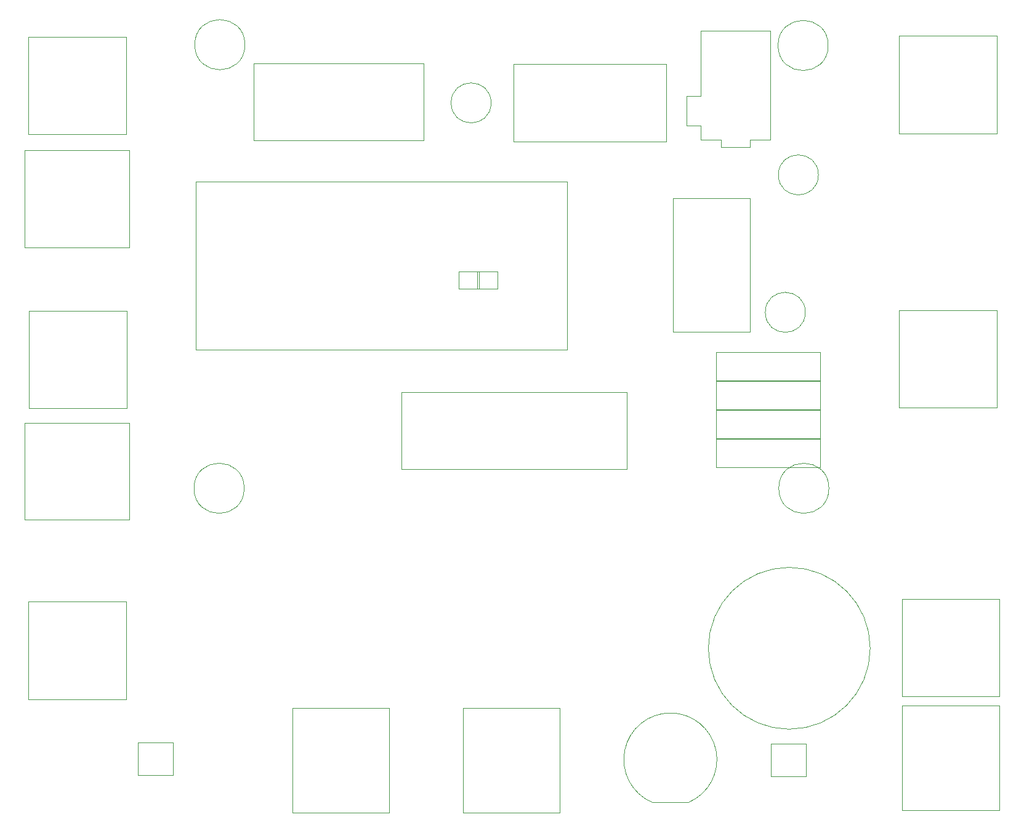
<source format=gbr>
G04 #@! TF.GenerationSoftware,KiCad,Pcbnew,(5.0.0)*
G04 #@! TF.CreationDate,2019-02-04T02:42:21+00:00*
G04 #@! TF.ProjectId,Maxime_Spikeling,4D6178696D655F5370696B656C696E67,rev?*
G04 #@! TF.SameCoordinates,Original*
G04 #@! TF.FileFunction,Other,User*
%FSLAX46Y46*%
G04 Gerber Fmt 4.6, Leading zero omitted, Abs format (unit mm)*
G04 Created by KiCad (PCBNEW (5.0.0)) date 02/04/19 02:42:21*
%MOMM*%
%LPD*%
G01*
G04 APERTURE LIST*
%ADD10C,0.050000*%
G04 APERTURE END LIST*
D10*
G04 #@! TO.C,*
X85160000Y-58300000D02*
X87910000Y-58300000D01*
X85160000Y-58300000D02*
X85160000Y-60700000D01*
X87910000Y-60700000D02*
X87910000Y-58300000D01*
X87910000Y-60700000D02*
X85160000Y-60700000D01*
X125200000Y-48250000D02*
X114650000Y-48250000D01*
X125200000Y-66600000D02*
X125200000Y-48250000D01*
X114650000Y-66600000D02*
X125200000Y-66600000D01*
X114650000Y-48250000D02*
X114650000Y-66600000D01*
X100070000Y-45910000D02*
X100070000Y-69060000D01*
X100070000Y-45910000D02*
X48980000Y-45910000D01*
X48980000Y-69060000D02*
X100070000Y-69060000D01*
X48980000Y-69050000D02*
X48980000Y-45910000D01*
G04 #@! TO.C,Digital In 1*
X39410000Y-39410000D02*
X25990000Y-39410000D01*
X39410000Y-39410000D02*
X39410000Y-25990000D01*
X25990000Y-25990000D02*
X25990000Y-39410000D01*
X25990000Y-25990000D02*
X39410000Y-25990000D01*
G04 #@! TO.C,Digital In 2*
X39510000Y-77110000D02*
X26090000Y-77110000D01*
X39510000Y-77110000D02*
X39510000Y-63690000D01*
X26090000Y-63690000D02*
X26090000Y-77110000D01*
X26090000Y-63690000D02*
X39510000Y-63690000D01*
G04 #@! TO.C,Analog In*
X39410000Y-117110000D02*
X25990000Y-117110000D01*
X39410000Y-117110000D02*
X39410000Y-103690000D01*
X25990000Y-103690000D02*
X25990000Y-117110000D01*
X25990000Y-103690000D02*
X39410000Y-103690000D01*
G04 #@! TO.C,Stimulus*
X159510000Y-116710000D02*
X146090000Y-116710000D01*
X159510000Y-116710000D02*
X159510000Y-103290000D01*
X146090000Y-103290000D02*
X146090000Y-116710000D01*
X146090000Y-103290000D02*
X159510000Y-103290000D01*
G04 #@! TO.C,Digital Out*
X159110000Y-77010000D02*
X145690000Y-77010000D01*
X159110000Y-77010000D02*
X159110000Y-63590000D01*
X145690000Y-63590000D02*
X145690000Y-77010000D01*
X145690000Y-63590000D02*
X159110000Y-63590000D01*
G04 #@! TO.C,Analog Out*
X159110000Y-39310000D02*
X145690000Y-39310000D01*
X159110000Y-39310000D02*
X159110000Y-25890000D01*
X145690000Y-25890000D02*
X145690000Y-39310000D01*
X145690000Y-25890000D02*
X159110000Y-25890000D01*
G04 #@! TO.C,*
X92700000Y-29750000D02*
X92700000Y-40450000D01*
X113700000Y-29750000D02*
X92700000Y-29750000D01*
X113700000Y-40450000D02*
X113700000Y-29750000D01*
X92700000Y-40450000D02*
X113700000Y-40450000D01*
X55750000Y-27100000D02*
G75*
G03X55750000Y-27100000I-3450000J0D01*
G01*
G04 #@! TO.C,Speaker*
X141725000Y-110100000D02*
G75*
G03X141725000Y-110100000I-11125000J0D01*
G01*
G04 #@! TO.C,Mode*
X111740000Y-131290000D02*
X116760000Y-131290000D01*
X116759999Y-131290000D02*
G75*
G03X111740000Y-131290000I-2509999J5890000D01*
G01*
G04 #@! TO.C,Vm*
X85750000Y-132750000D02*
X99050000Y-132750000D01*
X99050000Y-132750000D02*
X99050000Y-118350000D01*
X99050000Y-118350000D02*
X85750000Y-118350000D01*
X85750000Y-118350000D02*
X85750000Y-132750000D01*
G04 #@! TO.C,*
X62250000Y-132750000D02*
X75550000Y-132750000D01*
X75550000Y-132750000D02*
X75550000Y-118350000D01*
X75550000Y-118350000D02*
X62250000Y-118350000D01*
X62250000Y-118350000D02*
X62250000Y-132750000D01*
X136050000Y-88100000D02*
G75*
G03X136050000Y-88100000I-3450000J0D01*
G01*
X55650000Y-88100000D02*
G75*
G03X55650000Y-88100000I-3450000J0D01*
G01*
X135950000Y-27200000D02*
G75*
G03X135950000Y-27200000I-3450000J0D01*
G01*
X77250000Y-74900000D02*
X77250000Y-85450000D01*
X108300000Y-74900000D02*
X77250000Y-74900000D01*
X108300000Y-85450000D02*
X108300000Y-74900000D01*
X77250000Y-85450000D02*
X108300000Y-85450000D01*
X56950000Y-29700000D02*
X56950000Y-40250000D01*
X80350000Y-29700000D02*
X56950000Y-29700000D01*
X80350000Y-40250000D02*
X80350000Y-29700000D01*
X56950000Y-40250000D02*
X80350000Y-40250000D01*
G04 #@! TO.C,J8*
X41050000Y-123050000D02*
X41050000Y-127550000D01*
X41050000Y-127550000D02*
X45900000Y-127550000D01*
X45900000Y-127550000D02*
X45900000Y-123050000D01*
X45900000Y-123050000D02*
X41050000Y-123050000D01*
G04 #@! TO.C,10 k\03A9*
X134850000Y-81250000D02*
X134850000Y-77350000D01*
X134850000Y-77350000D02*
X120560000Y-77350000D01*
X120560000Y-77350000D02*
X120560000Y-81250000D01*
X120560000Y-81250000D02*
X134850000Y-81250000D01*
G04 #@! TO.C,*
X134840000Y-81350000D02*
X120550000Y-81350000D01*
X134840000Y-85250000D02*
X134840000Y-81350000D01*
X120550000Y-85250000D02*
X134840000Y-85250000D01*
X120550000Y-81350000D02*
X120550000Y-85250000D01*
X146150000Y-132350000D02*
X159450000Y-132350000D01*
X159450000Y-132350000D02*
X159450000Y-117950000D01*
X159450000Y-117950000D02*
X146150000Y-117950000D01*
X146150000Y-117950000D02*
X146150000Y-132350000D01*
G04 #@! TO.C,Synapse 1*
X39850000Y-41650000D02*
X25450000Y-41650000D01*
X39850000Y-54950000D02*
X39850000Y-41650000D01*
X25450000Y-54950000D02*
X39850000Y-54950000D01*
X25450000Y-41650000D02*
X25450000Y-54950000D01*
G04 #@! TO.C,Synapse 2*
X39850000Y-79150000D02*
X25450000Y-79150000D01*
X39850000Y-92450000D02*
X39850000Y-79150000D01*
X25450000Y-92450000D02*
X39850000Y-92450000D01*
X25450000Y-79150000D02*
X25450000Y-92450000D01*
G04 #@! TO.C,1 uF*
X134600000Y-45000000D02*
G75*
G03X134600000Y-45000000I-2750000J0D01*
G01*
X89600000Y-35100000D02*
G75*
G03X89600000Y-35100000I-2750000J0D01*
G01*
G04 #@! TO.C,LED*
X128050000Y-123250000D02*
X128050000Y-127750000D01*
X128050000Y-127750000D02*
X132900000Y-127750000D01*
X132900000Y-127750000D02*
X132900000Y-123250000D01*
X132900000Y-123250000D02*
X128050000Y-123250000D01*
G04 #@! TO.C,*
X134840000Y-73350000D02*
X120550000Y-73350000D01*
X134840000Y-77250000D02*
X134840000Y-73350000D01*
X120550000Y-77250000D02*
X134840000Y-77250000D01*
X120550000Y-73350000D02*
X120550000Y-77250000D01*
G04 #@! TO.C,1 nF*
X132800000Y-63900000D02*
G75*
G03X132800000Y-63900000I-2750000J0D01*
G01*
G04 #@! TO.C,10 \03A9*
X120560000Y-73250000D02*
X134850000Y-73250000D01*
X120560000Y-69350000D02*
X120560000Y-73250000D01*
X134850000Y-69350000D02*
X120560000Y-69350000D01*
X134850000Y-73250000D02*
X134850000Y-69350000D01*
G04 #@! TO.C,5V*
X118450000Y-25200000D02*
X127950000Y-25200000D01*
X118450000Y-34200000D02*
X118450000Y-25200000D01*
X116450000Y-34200000D02*
X118450000Y-34200000D01*
X116450000Y-38200000D02*
X116450000Y-34200000D01*
X118450000Y-38200000D02*
X116450000Y-38200000D01*
X118450000Y-40200000D02*
X118450000Y-38200000D01*
X121200000Y-40200000D02*
X118450000Y-40200000D01*
X121200000Y-41200000D02*
X121200000Y-40200000D01*
X125200000Y-41200000D02*
X121200000Y-41200000D01*
X125200000Y-40200000D02*
X125200000Y-41200000D01*
X127700000Y-40200000D02*
X125200000Y-40200000D01*
X127950000Y-40200000D02*
X127950000Y-25200000D01*
X127700000Y-40200000D02*
X127950000Y-40200000D01*
G04 #@! TO.C,*
X90450000Y-60700000D02*
X87700000Y-60700000D01*
X90450000Y-60700000D02*
X90450000Y-58300000D01*
X87700000Y-58300000D02*
X87700000Y-60700000D01*
X87700000Y-58300000D02*
X90450000Y-58300000D01*
G04 #@! TD*
M02*

</source>
